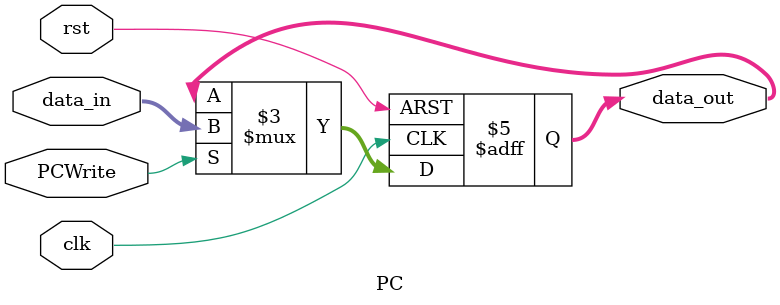
<source format=v>
module PC(data_out, data_in, PCWrite, rst, clk);

input	[31:0]	data_in;
input 		PCWrite; 
input 		rst;
input 		clk;
output	[31:0]	data_out;
reg	[31:0]	data_out;

always@(negedge clk or posedge rst)	begin
	if(rst) 	data_out = 32'd0;
	else if(PCWrite)	data_out = data_in;

end


endmodule

</source>
